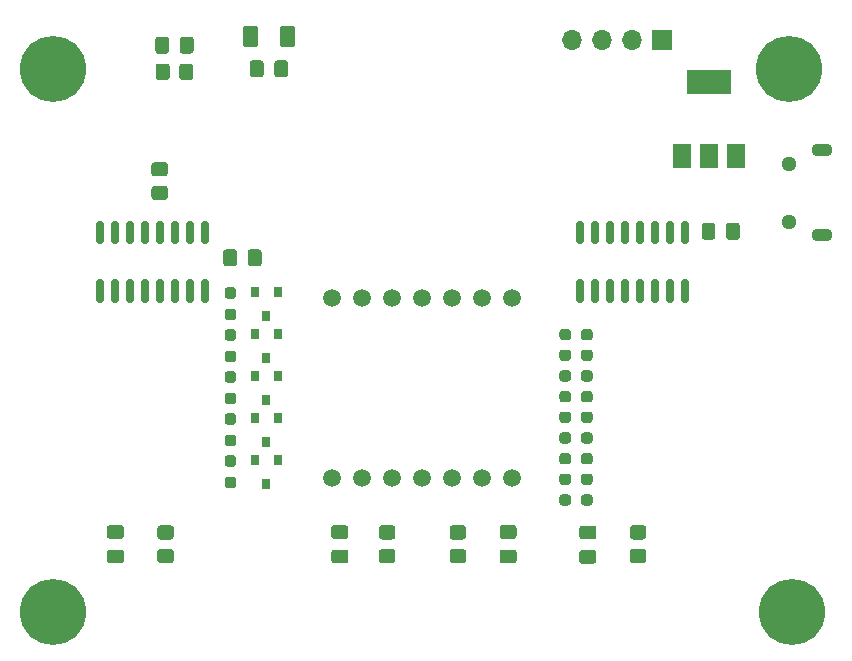
<source format=gbr>
%TF.GenerationSoftware,KiCad,Pcbnew,(5.1.10)-1*%
%TF.CreationDate,2021-10-03T21:55:55+02:00*%
%TF.ProjectId,KitchenTimer,4b697463-6865-46e5-9469-6d65722e6b69,rev?*%
%TF.SameCoordinates,Original*%
%TF.FileFunction,Soldermask,Bot*%
%TF.FilePolarity,Negative*%
%FSLAX46Y46*%
G04 Gerber Fmt 4.6, Leading zero omitted, Abs format (unit mm)*
G04 Created by KiCad (PCBNEW (5.1.10)-1) date 2021-10-03 21:55:55*
%MOMM*%
%LPD*%
G01*
G04 APERTURE LIST*
%ADD10C,1.500000*%
%ADD11C,5.600000*%
%ADD12R,3.800000X2.000000*%
%ADD13R,1.500000X2.000000*%
%ADD14R,0.800000X0.900000*%
%ADD15O,1.800000X1.100000*%
%ADD16C,1.290000*%
%ADD17O,1.700000X1.700000*%
%ADD18R,1.700000X1.700000*%
G04 APERTURE END LIST*
D10*
%TO.C,LED1*%
X42380000Y-42380000D03*
X44920000Y-42380000D03*
X47460000Y-42380000D03*
X50000000Y-42380000D03*
X52540000Y-42380000D03*
X55080000Y-42380000D03*
X57620000Y-42380000D03*
X57620000Y-57620000D03*
X55080000Y-57620000D03*
X52540000Y-57620000D03*
X50000000Y-57620000D03*
X47460000Y-57620000D03*
X44920000Y-57620000D03*
X42380000Y-57620000D03*
%TD*%
%TO.C,R20*%
G36*
G01*
X63425000Y-45737500D02*
X63425000Y-45262500D01*
G75*
G02*
X63662500Y-45025000I237500J0D01*
G01*
X64162500Y-45025000D01*
G75*
G02*
X64400000Y-45262500I0J-237500D01*
G01*
X64400000Y-45737500D01*
G75*
G02*
X64162500Y-45975000I-237500J0D01*
G01*
X63662500Y-45975000D01*
G75*
G02*
X63425000Y-45737500I0J237500D01*
G01*
G37*
G36*
G01*
X61600000Y-45737500D02*
X61600000Y-45262500D01*
G75*
G02*
X61837500Y-45025000I237500J0D01*
G01*
X62337500Y-45025000D01*
G75*
G02*
X62575000Y-45262500I0J-237500D01*
G01*
X62575000Y-45737500D01*
G75*
G02*
X62337500Y-45975000I-237500J0D01*
G01*
X61837500Y-45975000D01*
G75*
G02*
X61600000Y-45737500I0J237500D01*
G01*
G37*
%TD*%
%TO.C,C3*%
G36*
G01*
X74800000Y-36275000D02*
X74800000Y-37225000D01*
G75*
G02*
X74550000Y-37475000I-250000J0D01*
G01*
X73875000Y-37475000D01*
G75*
G02*
X73625000Y-37225000I0J250000D01*
G01*
X73625000Y-36275000D01*
G75*
G02*
X73875000Y-36025000I250000J0D01*
G01*
X74550000Y-36025000D01*
G75*
G02*
X74800000Y-36275000I0J-250000D01*
G01*
G37*
G36*
G01*
X76875000Y-36275000D02*
X76875000Y-37225000D01*
G75*
G02*
X76625000Y-37475000I-250000J0D01*
G01*
X75950000Y-37475000D01*
G75*
G02*
X75700000Y-37225000I0J250000D01*
G01*
X75700000Y-36275000D01*
G75*
G02*
X75950000Y-36025000I250000J0D01*
G01*
X76625000Y-36025000D01*
G75*
G02*
X76875000Y-36275000I0J-250000D01*
G01*
G37*
%TD*%
%TO.C,C4*%
G36*
G01*
X34300000Y-38525000D02*
X34300000Y-39475000D01*
G75*
G02*
X34050000Y-39725000I-250000J0D01*
G01*
X33375000Y-39725000D01*
G75*
G02*
X33125000Y-39475000I0J250000D01*
G01*
X33125000Y-38525000D01*
G75*
G02*
X33375000Y-38275000I250000J0D01*
G01*
X34050000Y-38275000D01*
G75*
G02*
X34300000Y-38525000I0J-250000D01*
G01*
G37*
G36*
G01*
X36375000Y-38525000D02*
X36375000Y-39475000D01*
G75*
G02*
X36125000Y-39725000I-250000J0D01*
G01*
X35450000Y-39725000D01*
G75*
G02*
X35200000Y-39475000I0J250000D01*
G01*
X35200000Y-38525000D01*
G75*
G02*
X35450000Y-38275000I250000J0D01*
G01*
X36125000Y-38275000D01*
G75*
G02*
X36375000Y-38525000I0J-250000D01*
G01*
G37*
%TD*%
%TO.C,R1*%
G36*
G01*
X27299999Y-32900000D02*
X28200001Y-32900000D01*
G75*
G02*
X28450000Y-33149999I0J-249999D01*
G01*
X28450000Y-33850001D01*
G75*
G02*
X28200001Y-34100000I-249999J0D01*
G01*
X27299999Y-34100000D01*
G75*
G02*
X27050000Y-33850001I0J249999D01*
G01*
X27050000Y-33149999D01*
G75*
G02*
X27299999Y-32900000I249999J0D01*
G01*
G37*
G36*
G01*
X27299999Y-30900000D02*
X28200001Y-30900000D01*
G75*
G02*
X28450000Y-31149999I0J-249999D01*
G01*
X28450000Y-31850001D01*
G75*
G02*
X28200001Y-32100000I-249999J0D01*
G01*
X27299999Y-32100000D01*
G75*
G02*
X27050000Y-31850001I0J249999D01*
G01*
X27050000Y-31149999D01*
G75*
G02*
X27299999Y-30900000I249999J0D01*
G01*
G37*
%TD*%
%TO.C,R2*%
G36*
G01*
X29400000Y-23700001D02*
X29400000Y-22799999D01*
G75*
G02*
X29649999Y-22550000I249999J0D01*
G01*
X30350001Y-22550000D01*
G75*
G02*
X30600000Y-22799999I0J-249999D01*
G01*
X30600000Y-23700001D01*
G75*
G02*
X30350001Y-23950000I-249999J0D01*
G01*
X29649999Y-23950000D01*
G75*
G02*
X29400000Y-23700001I0J249999D01*
G01*
G37*
G36*
G01*
X27400000Y-23700001D02*
X27400000Y-22799999D01*
G75*
G02*
X27649999Y-22550000I249999J0D01*
G01*
X28350001Y-22550000D01*
G75*
G02*
X28600000Y-22799999I0J-249999D01*
G01*
X28600000Y-23700001D01*
G75*
G02*
X28350001Y-23950000I-249999J0D01*
G01*
X27649999Y-23950000D01*
G75*
G02*
X27400000Y-23700001I0J249999D01*
G01*
G37*
%TD*%
%TO.C,R5*%
G36*
G01*
X33506500Y-50425000D02*
X33981500Y-50425000D01*
G75*
G02*
X34219000Y-50662500I0J-237500D01*
G01*
X34219000Y-51162500D01*
G75*
G02*
X33981500Y-51400000I-237500J0D01*
G01*
X33506500Y-51400000D01*
G75*
G02*
X33269000Y-51162500I0J237500D01*
G01*
X33269000Y-50662500D01*
G75*
G02*
X33506500Y-50425000I237500J0D01*
G01*
G37*
G36*
G01*
X33506500Y-48600000D02*
X33981500Y-48600000D01*
G75*
G02*
X34219000Y-48837500I0J-237500D01*
G01*
X34219000Y-49337500D01*
G75*
G02*
X33981500Y-49575000I-237500J0D01*
G01*
X33506500Y-49575000D01*
G75*
G02*
X33269000Y-49337500I0J237500D01*
G01*
X33269000Y-48837500D01*
G75*
G02*
X33506500Y-48600000I237500J0D01*
G01*
G37*
%TD*%
%TO.C,R3*%
G36*
G01*
X33506500Y-43313000D02*
X33981500Y-43313000D01*
G75*
G02*
X34219000Y-43550500I0J-237500D01*
G01*
X34219000Y-44050500D01*
G75*
G02*
X33981500Y-44288000I-237500J0D01*
G01*
X33506500Y-44288000D01*
G75*
G02*
X33269000Y-44050500I0J237500D01*
G01*
X33269000Y-43550500D01*
G75*
G02*
X33506500Y-43313000I237500J0D01*
G01*
G37*
G36*
G01*
X33506500Y-41488000D02*
X33981500Y-41488000D01*
G75*
G02*
X34219000Y-41725500I0J-237500D01*
G01*
X34219000Y-42225500D01*
G75*
G02*
X33981500Y-42463000I-237500J0D01*
G01*
X33506500Y-42463000D01*
G75*
G02*
X33269000Y-42225500I0J237500D01*
G01*
X33269000Y-41725500D01*
G75*
G02*
X33506500Y-41488000I237500J0D01*
G01*
G37*
%TD*%
%TO.C,R4*%
G36*
G01*
X33506500Y-46869000D02*
X33981500Y-46869000D01*
G75*
G02*
X34219000Y-47106500I0J-237500D01*
G01*
X34219000Y-47606500D01*
G75*
G02*
X33981500Y-47844000I-237500J0D01*
G01*
X33506500Y-47844000D01*
G75*
G02*
X33269000Y-47606500I0J237500D01*
G01*
X33269000Y-47106500D01*
G75*
G02*
X33506500Y-46869000I237500J0D01*
G01*
G37*
G36*
G01*
X33506500Y-45044000D02*
X33981500Y-45044000D01*
G75*
G02*
X34219000Y-45281500I0J-237500D01*
G01*
X34219000Y-45781500D01*
G75*
G02*
X33981500Y-46019000I-237500J0D01*
G01*
X33506500Y-46019000D01*
G75*
G02*
X33269000Y-45781500I0J237500D01*
G01*
X33269000Y-45281500D01*
G75*
G02*
X33506500Y-45044000I237500J0D01*
G01*
G37*
%TD*%
%TO.C,U3*%
G36*
G01*
X31735000Y-42782000D02*
X31435000Y-42782000D01*
G75*
G02*
X31285000Y-42632000I0J150000D01*
G01*
X31285000Y-40982000D01*
G75*
G02*
X31435000Y-40832000I150000J0D01*
G01*
X31735000Y-40832000D01*
G75*
G02*
X31885000Y-40982000I0J-150000D01*
G01*
X31885000Y-42632000D01*
G75*
G02*
X31735000Y-42782000I-150000J0D01*
G01*
G37*
G36*
G01*
X30465000Y-42782000D02*
X30165000Y-42782000D01*
G75*
G02*
X30015000Y-42632000I0J150000D01*
G01*
X30015000Y-40982000D01*
G75*
G02*
X30165000Y-40832000I150000J0D01*
G01*
X30465000Y-40832000D01*
G75*
G02*
X30615000Y-40982000I0J-150000D01*
G01*
X30615000Y-42632000D01*
G75*
G02*
X30465000Y-42782000I-150000J0D01*
G01*
G37*
G36*
G01*
X29195000Y-42782000D02*
X28895000Y-42782000D01*
G75*
G02*
X28745000Y-42632000I0J150000D01*
G01*
X28745000Y-40982000D01*
G75*
G02*
X28895000Y-40832000I150000J0D01*
G01*
X29195000Y-40832000D01*
G75*
G02*
X29345000Y-40982000I0J-150000D01*
G01*
X29345000Y-42632000D01*
G75*
G02*
X29195000Y-42782000I-150000J0D01*
G01*
G37*
G36*
G01*
X27925000Y-42782000D02*
X27625000Y-42782000D01*
G75*
G02*
X27475000Y-42632000I0J150000D01*
G01*
X27475000Y-40982000D01*
G75*
G02*
X27625000Y-40832000I150000J0D01*
G01*
X27925000Y-40832000D01*
G75*
G02*
X28075000Y-40982000I0J-150000D01*
G01*
X28075000Y-42632000D01*
G75*
G02*
X27925000Y-42782000I-150000J0D01*
G01*
G37*
G36*
G01*
X26655000Y-42782000D02*
X26355000Y-42782000D01*
G75*
G02*
X26205000Y-42632000I0J150000D01*
G01*
X26205000Y-40982000D01*
G75*
G02*
X26355000Y-40832000I150000J0D01*
G01*
X26655000Y-40832000D01*
G75*
G02*
X26805000Y-40982000I0J-150000D01*
G01*
X26805000Y-42632000D01*
G75*
G02*
X26655000Y-42782000I-150000J0D01*
G01*
G37*
G36*
G01*
X25385000Y-42782000D02*
X25085000Y-42782000D01*
G75*
G02*
X24935000Y-42632000I0J150000D01*
G01*
X24935000Y-40982000D01*
G75*
G02*
X25085000Y-40832000I150000J0D01*
G01*
X25385000Y-40832000D01*
G75*
G02*
X25535000Y-40982000I0J-150000D01*
G01*
X25535000Y-42632000D01*
G75*
G02*
X25385000Y-42782000I-150000J0D01*
G01*
G37*
G36*
G01*
X24115000Y-42782000D02*
X23815000Y-42782000D01*
G75*
G02*
X23665000Y-42632000I0J150000D01*
G01*
X23665000Y-40982000D01*
G75*
G02*
X23815000Y-40832000I150000J0D01*
G01*
X24115000Y-40832000D01*
G75*
G02*
X24265000Y-40982000I0J-150000D01*
G01*
X24265000Y-42632000D01*
G75*
G02*
X24115000Y-42782000I-150000J0D01*
G01*
G37*
G36*
G01*
X22845000Y-42782000D02*
X22545000Y-42782000D01*
G75*
G02*
X22395000Y-42632000I0J150000D01*
G01*
X22395000Y-40982000D01*
G75*
G02*
X22545000Y-40832000I150000J0D01*
G01*
X22845000Y-40832000D01*
G75*
G02*
X22995000Y-40982000I0J-150000D01*
G01*
X22995000Y-42632000D01*
G75*
G02*
X22845000Y-42782000I-150000J0D01*
G01*
G37*
G36*
G01*
X22845000Y-37832000D02*
X22545000Y-37832000D01*
G75*
G02*
X22395000Y-37682000I0J150000D01*
G01*
X22395000Y-36032000D01*
G75*
G02*
X22545000Y-35882000I150000J0D01*
G01*
X22845000Y-35882000D01*
G75*
G02*
X22995000Y-36032000I0J-150000D01*
G01*
X22995000Y-37682000D01*
G75*
G02*
X22845000Y-37832000I-150000J0D01*
G01*
G37*
G36*
G01*
X24115000Y-37832000D02*
X23815000Y-37832000D01*
G75*
G02*
X23665000Y-37682000I0J150000D01*
G01*
X23665000Y-36032000D01*
G75*
G02*
X23815000Y-35882000I150000J0D01*
G01*
X24115000Y-35882000D01*
G75*
G02*
X24265000Y-36032000I0J-150000D01*
G01*
X24265000Y-37682000D01*
G75*
G02*
X24115000Y-37832000I-150000J0D01*
G01*
G37*
G36*
G01*
X25385000Y-37832000D02*
X25085000Y-37832000D01*
G75*
G02*
X24935000Y-37682000I0J150000D01*
G01*
X24935000Y-36032000D01*
G75*
G02*
X25085000Y-35882000I150000J0D01*
G01*
X25385000Y-35882000D01*
G75*
G02*
X25535000Y-36032000I0J-150000D01*
G01*
X25535000Y-37682000D01*
G75*
G02*
X25385000Y-37832000I-150000J0D01*
G01*
G37*
G36*
G01*
X26655000Y-37832000D02*
X26355000Y-37832000D01*
G75*
G02*
X26205000Y-37682000I0J150000D01*
G01*
X26205000Y-36032000D01*
G75*
G02*
X26355000Y-35882000I150000J0D01*
G01*
X26655000Y-35882000D01*
G75*
G02*
X26805000Y-36032000I0J-150000D01*
G01*
X26805000Y-37682000D01*
G75*
G02*
X26655000Y-37832000I-150000J0D01*
G01*
G37*
G36*
G01*
X27925000Y-37832000D02*
X27625000Y-37832000D01*
G75*
G02*
X27475000Y-37682000I0J150000D01*
G01*
X27475000Y-36032000D01*
G75*
G02*
X27625000Y-35882000I150000J0D01*
G01*
X27925000Y-35882000D01*
G75*
G02*
X28075000Y-36032000I0J-150000D01*
G01*
X28075000Y-37682000D01*
G75*
G02*
X27925000Y-37832000I-150000J0D01*
G01*
G37*
G36*
G01*
X29195000Y-37832000D02*
X28895000Y-37832000D01*
G75*
G02*
X28745000Y-37682000I0J150000D01*
G01*
X28745000Y-36032000D01*
G75*
G02*
X28895000Y-35882000I150000J0D01*
G01*
X29195000Y-35882000D01*
G75*
G02*
X29345000Y-36032000I0J-150000D01*
G01*
X29345000Y-37682000D01*
G75*
G02*
X29195000Y-37832000I-150000J0D01*
G01*
G37*
G36*
G01*
X30465000Y-37832000D02*
X30165000Y-37832000D01*
G75*
G02*
X30015000Y-37682000I0J150000D01*
G01*
X30015000Y-36032000D01*
G75*
G02*
X30165000Y-35882000I150000J0D01*
G01*
X30465000Y-35882000D01*
G75*
G02*
X30615000Y-36032000I0J-150000D01*
G01*
X30615000Y-37682000D01*
G75*
G02*
X30465000Y-37832000I-150000J0D01*
G01*
G37*
G36*
G01*
X31735000Y-37832000D02*
X31435000Y-37832000D01*
G75*
G02*
X31285000Y-37682000I0J150000D01*
G01*
X31285000Y-36032000D01*
G75*
G02*
X31435000Y-35882000I150000J0D01*
G01*
X31735000Y-35882000D01*
G75*
G02*
X31885000Y-36032000I0J-150000D01*
G01*
X31885000Y-37682000D01*
G75*
G02*
X31735000Y-37832000I-150000J0D01*
G01*
G37*
%TD*%
D11*
%TO.C,J6*%
X18750000Y-23000000D03*
%TD*%
%TO.C,J5*%
X18750000Y-69000000D03*
%TD*%
%TO.C,J4*%
X81000000Y-23000000D03*
%TD*%
%TO.C,J3*%
X81250000Y-69000000D03*
%TD*%
D12*
%TO.C,U4*%
X74250000Y-24100000D03*
D13*
X74250000Y-30400000D03*
X71950000Y-30400000D03*
X76550000Y-30400000D03*
%TD*%
%TO.C,R11*%
G36*
G01*
X47450001Y-64850000D02*
X46549999Y-64850000D01*
G75*
G02*
X46300000Y-64600001I0J249999D01*
G01*
X46300000Y-63899999D01*
G75*
G02*
X46549999Y-63650000I249999J0D01*
G01*
X47450001Y-63650000D01*
G75*
G02*
X47700000Y-63899999I0J-249999D01*
G01*
X47700000Y-64600001D01*
G75*
G02*
X47450001Y-64850000I-249999J0D01*
G01*
G37*
G36*
G01*
X47450001Y-62850000D02*
X46549999Y-62850000D01*
G75*
G02*
X46300000Y-62600001I0J249999D01*
G01*
X46300000Y-61899999D01*
G75*
G02*
X46549999Y-61650000I249999J0D01*
G01*
X47450001Y-61650000D01*
G75*
G02*
X47700000Y-61899999I0J-249999D01*
G01*
X47700000Y-62600001D01*
G75*
G02*
X47450001Y-62850000I-249999J0D01*
G01*
G37*
%TD*%
%TO.C,R10*%
G36*
G01*
X28700001Y-64850000D02*
X27799999Y-64850000D01*
G75*
G02*
X27550000Y-64600001I0J249999D01*
G01*
X27550000Y-63899999D01*
G75*
G02*
X27799999Y-63650000I249999J0D01*
G01*
X28700001Y-63650000D01*
G75*
G02*
X28950000Y-63899999I0J-249999D01*
G01*
X28950000Y-64600001D01*
G75*
G02*
X28700001Y-64850000I-249999J0D01*
G01*
G37*
G36*
G01*
X28700001Y-62850000D02*
X27799999Y-62850000D01*
G75*
G02*
X27550000Y-62600001I0J249999D01*
G01*
X27550000Y-61899999D01*
G75*
G02*
X27799999Y-61650000I249999J0D01*
G01*
X28700001Y-61650000D01*
G75*
G02*
X28950000Y-61899999I0J-249999D01*
G01*
X28950000Y-62600001D01*
G75*
G02*
X28700001Y-62850000I-249999J0D01*
G01*
G37*
%TD*%
%TO.C,R9*%
G36*
G01*
X68700001Y-64850000D02*
X67799999Y-64850000D01*
G75*
G02*
X67550000Y-64600001I0J249999D01*
G01*
X67550000Y-63899999D01*
G75*
G02*
X67799999Y-63650000I249999J0D01*
G01*
X68700001Y-63650000D01*
G75*
G02*
X68950000Y-63899999I0J-249999D01*
G01*
X68950000Y-64600001D01*
G75*
G02*
X68700001Y-64850000I-249999J0D01*
G01*
G37*
G36*
G01*
X68700001Y-62850000D02*
X67799999Y-62850000D01*
G75*
G02*
X67550000Y-62600001I0J249999D01*
G01*
X67550000Y-61899999D01*
G75*
G02*
X67799999Y-61650000I249999J0D01*
G01*
X68700001Y-61650000D01*
G75*
G02*
X68950000Y-61899999I0J-249999D01*
G01*
X68950000Y-62600001D01*
G75*
G02*
X68700001Y-62850000I-249999J0D01*
G01*
G37*
%TD*%
%TO.C,R8*%
G36*
G01*
X53450001Y-64850000D02*
X52549999Y-64850000D01*
G75*
G02*
X52300000Y-64600001I0J249999D01*
G01*
X52300000Y-63899999D01*
G75*
G02*
X52549999Y-63650000I249999J0D01*
G01*
X53450001Y-63650000D01*
G75*
G02*
X53700000Y-63899999I0J-249999D01*
G01*
X53700000Y-64600001D01*
G75*
G02*
X53450001Y-64850000I-249999J0D01*
G01*
G37*
G36*
G01*
X53450001Y-62850000D02*
X52549999Y-62850000D01*
G75*
G02*
X52300000Y-62600001I0J249999D01*
G01*
X52300000Y-61899999D01*
G75*
G02*
X52549999Y-61650000I249999J0D01*
G01*
X53450001Y-61650000D01*
G75*
G02*
X53700000Y-61899999I0J-249999D01*
G01*
X53700000Y-62600001D01*
G75*
G02*
X53450001Y-62850000I-249999J0D01*
G01*
G37*
%TD*%
D14*
%TO.C,Q3*%
X35842000Y-49000000D03*
X37742000Y-49000000D03*
X36792000Y-51000000D03*
%TD*%
%TO.C,R7*%
G36*
G01*
X33506500Y-52156000D02*
X33981500Y-52156000D01*
G75*
G02*
X34219000Y-52393500I0J-237500D01*
G01*
X34219000Y-52893500D01*
G75*
G02*
X33981500Y-53131000I-237500J0D01*
G01*
X33506500Y-53131000D01*
G75*
G02*
X33269000Y-52893500I0J237500D01*
G01*
X33269000Y-52393500D01*
G75*
G02*
X33506500Y-52156000I237500J0D01*
G01*
G37*
G36*
G01*
X33506500Y-53981000D02*
X33981500Y-53981000D01*
G75*
G02*
X34219000Y-54218500I0J-237500D01*
G01*
X34219000Y-54718500D01*
G75*
G02*
X33981500Y-54956000I-237500J0D01*
G01*
X33506500Y-54956000D01*
G75*
G02*
X33269000Y-54718500I0J237500D01*
G01*
X33269000Y-54218500D01*
G75*
G02*
X33506500Y-53981000I237500J0D01*
G01*
G37*
%TD*%
%TO.C,Q4*%
X35842000Y-56112000D03*
X37742000Y-56112000D03*
X36792000Y-58112000D03*
%TD*%
%TO.C,R6*%
G36*
G01*
X33506500Y-55712000D02*
X33981500Y-55712000D01*
G75*
G02*
X34219000Y-55949500I0J-237500D01*
G01*
X34219000Y-56449500D01*
G75*
G02*
X33981500Y-56687000I-237500J0D01*
G01*
X33506500Y-56687000D01*
G75*
G02*
X33269000Y-56449500I0J237500D01*
G01*
X33269000Y-55949500D01*
G75*
G02*
X33506500Y-55712000I237500J0D01*
G01*
G37*
G36*
G01*
X33506500Y-57537000D02*
X33981500Y-57537000D01*
G75*
G02*
X34219000Y-57774500I0J-237500D01*
G01*
X34219000Y-58274500D01*
G75*
G02*
X33981500Y-58512000I-237500J0D01*
G01*
X33506500Y-58512000D01*
G75*
G02*
X33269000Y-58274500I0J237500D01*
G01*
X33269000Y-57774500D01*
G75*
G02*
X33506500Y-57537000I237500J0D01*
G01*
G37*
%TD*%
%TO.C,R19*%
G36*
G01*
X61600000Y-56237500D02*
X61600000Y-55762500D01*
G75*
G02*
X61837500Y-55525000I237500J0D01*
G01*
X62337500Y-55525000D01*
G75*
G02*
X62575000Y-55762500I0J-237500D01*
G01*
X62575000Y-56237500D01*
G75*
G02*
X62337500Y-56475000I-237500J0D01*
G01*
X61837500Y-56475000D01*
G75*
G02*
X61600000Y-56237500I0J237500D01*
G01*
G37*
G36*
G01*
X63425000Y-56237500D02*
X63425000Y-55762500D01*
G75*
G02*
X63662500Y-55525000I237500J0D01*
G01*
X64162500Y-55525000D01*
G75*
G02*
X64400000Y-55762500I0J-237500D01*
G01*
X64400000Y-56237500D01*
G75*
G02*
X64162500Y-56475000I-237500J0D01*
G01*
X63662500Y-56475000D01*
G75*
G02*
X63425000Y-56237500I0J237500D01*
G01*
G37*
%TD*%
%TO.C,Q5*%
X35842000Y-52556000D03*
X37742000Y-52556000D03*
X36792000Y-54556000D03*
%TD*%
%TO.C,R18*%
G36*
G01*
X61600000Y-59737500D02*
X61600000Y-59262500D01*
G75*
G02*
X61837500Y-59025000I237500J0D01*
G01*
X62337500Y-59025000D01*
G75*
G02*
X62575000Y-59262500I0J-237500D01*
G01*
X62575000Y-59737500D01*
G75*
G02*
X62337500Y-59975000I-237500J0D01*
G01*
X61837500Y-59975000D01*
G75*
G02*
X61600000Y-59737500I0J237500D01*
G01*
G37*
G36*
G01*
X63425000Y-59737500D02*
X63425000Y-59262500D01*
G75*
G02*
X63662500Y-59025000I237500J0D01*
G01*
X64162500Y-59025000D01*
G75*
G02*
X64400000Y-59262500I0J-237500D01*
G01*
X64400000Y-59737500D01*
G75*
G02*
X64162500Y-59975000I-237500J0D01*
G01*
X63662500Y-59975000D01*
G75*
G02*
X63425000Y-59737500I0J237500D01*
G01*
G37*
%TD*%
%TO.C,R17*%
G36*
G01*
X61600000Y-49237500D02*
X61600000Y-48762500D01*
G75*
G02*
X61837500Y-48525000I237500J0D01*
G01*
X62337500Y-48525000D01*
G75*
G02*
X62575000Y-48762500I0J-237500D01*
G01*
X62575000Y-49237500D01*
G75*
G02*
X62337500Y-49475000I-237500J0D01*
G01*
X61837500Y-49475000D01*
G75*
G02*
X61600000Y-49237500I0J237500D01*
G01*
G37*
G36*
G01*
X63425000Y-49237500D02*
X63425000Y-48762500D01*
G75*
G02*
X63662500Y-48525000I237500J0D01*
G01*
X64162500Y-48525000D01*
G75*
G02*
X64400000Y-48762500I0J-237500D01*
G01*
X64400000Y-49237500D01*
G75*
G02*
X64162500Y-49475000I-237500J0D01*
G01*
X63662500Y-49475000D01*
G75*
G02*
X63425000Y-49237500I0J237500D01*
G01*
G37*
%TD*%
%TO.C,U2*%
G36*
G01*
X72375000Y-42782000D02*
X72075000Y-42782000D01*
G75*
G02*
X71925000Y-42632000I0J150000D01*
G01*
X71925000Y-40982000D01*
G75*
G02*
X72075000Y-40832000I150000J0D01*
G01*
X72375000Y-40832000D01*
G75*
G02*
X72525000Y-40982000I0J-150000D01*
G01*
X72525000Y-42632000D01*
G75*
G02*
X72375000Y-42782000I-150000J0D01*
G01*
G37*
G36*
G01*
X71105000Y-42782000D02*
X70805000Y-42782000D01*
G75*
G02*
X70655000Y-42632000I0J150000D01*
G01*
X70655000Y-40982000D01*
G75*
G02*
X70805000Y-40832000I150000J0D01*
G01*
X71105000Y-40832000D01*
G75*
G02*
X71255000Y-40982000I0J-150000D01*
G01*
X71255000Y-42632000D01*
G75*
G02*
X71105000Y-42782000I-150000J0D01*
G01*
G37*
G36*
G01*
X69835000Y-42782000D02*
X69535000Y-42782000D01*
G75*
G02*
X69385000Y-42632000I0J150000D01*
G01*
X69385000Y-40982000D01*
G75*
G02*
X69535000Y-40832000I150000J0D01*
G01*
X69835000Y-40832000D01*
G75*
G02*
X69985000Y-40982000I0J-150000D01*
G01*
X69985000Y-42632000D01*
G75*
G02*
X69835000Y-42782000I-150000J0D01*
G01*
G37*
G36*
G01*
X68565000Y-42782000D02*
X68265000Y-42782000D01*
G75*
G02*
X68115000Y-42632000I0J150000D01*
G01*
X68115000Y-40982000D01*
G75*
G02*
X68265000Y-40832000I150000J0D01*
G01*
X68565000Y-40832000D01*
G75*
G02*
X68715000Y-40982000I0J-150000D01*
G01*
X68715000Y-42632000D01*
G75*
G02*
X68565000Y-42782000I-150000J0D01*
G01*
G37*
G36*
G01*
X67295000Y-42782000D02*
X66995000Y-42782000D01*
G75*
G02*
X66845000Y-42632000I0J150000D01*
G01*
X66845000Y-40982000D01*
G75*
G02*
X66995000Y-40832000I150000J0D01*
G01*
X67295000Y-40832000D01*
G75*
G02*
X67445000Y-40982000I0J-150000D01*
G01*
X67445000Y-42632000D01*
G75*
G02*
X67295000Y-42782000I-150000J0D01*
G01*
G37*
G36*
G01*
X66025000Y-42782000D02*
X65725000Y-42782000D01*
G75*
G02*
X65575000Y-42632000I0J150000D01*
G01*
X65575000Y-40982000D01*
G75*
G02*
X65725000Y-40832000I150000J0D01*
G01*
X66025000Y-40832000D01*
G75*
G02*
X66175000Y-40982000I0J-150000D01*
G01*
X66175000Y-42632000D01*
G75*
G02*
X66025000Y-42782000I-150000J0D01*
G01*
G37*
G36*
G01*
X64755000Y-42782000D02*
X64455000Y-42782000D01*
G75*
G02*
X64305000Y-42632000I0J150000D01*
G01*
X64305000Y-40982000D01*
G75*
G02*
X64455000Y-40832000I150000J0D01*
G01*
X64755000Y-40832000D01*
G75*
G02*
X64905000Y-40982000I0J-150000D01*
G01*
X64905000Y-42632000D01*
G75*
G02*
X64755000Y-42782000I-150000J0D01*
G01*
G37*
G36*
G01*
X63485000Y-42782000D02*
X63185000Y-42782000D01*
G75*
G02*
X63035000Y-42632000I0J150000D01*
G01*
X63035000Y-40982000D01*
G75*
G02*
X63185000Y-40832000I150000J0D01*
G01*
X63485000Y-40832000D01*
G75*
G02*
X63635000Y-40982000I0J-150000D01*
G01*
X63635000Y-42632000D01*
G75*
G02*
X63485000Y-42782000I-150000J0D01*
G01*
G37*
G36*
G01*
X63485000Y-37832000D02*
X63185000Y-37832000D01*
G75*
G02*
X63035000Y-37682000I0J150000D01*
G01*
X63035000Y-36032000D01*
G75*
G02*
X63185000Y-35882000I150000J0D01*
G01*
X63485000Y-35882000D01*
G75*
G02*
X63635000Y-36032000I0J-150000D01*
G01*
X63635000Y-37682000D01*
G75*
G02*
X63485000Y-37832000I-150000J0D01*
G01*
G37*
G36*
G01*
X64755000Y-37832000D02*
X64455000Y-37832000D01*
G75*
G02*
X64305000Y-37682000I0J150000D01*
G01*
X64305000Y-36032000D01*
G75*
G02*
X64455000Y-35882000I150000J0D01*
G01*
X64755000Y-35882000D01*
G75*
G02*
X64905000Y-36032000I0J-150000D01*
G01*
X64905000Y-37682000D01*
G75*
G02*
X64755000Y-37832000I-150000J0D01*
G01*
G37*
G36*
G01*
X66025000Y-37832000D02*
X65725000Y-37832000D01*
G75*
G02*
X65575000Y-37682000I0J150000D01*
G01*
X65575000Y-36032000D01*
G75*
G02*
X65725000Y-35882000I150000J0D01*
G01*
X66025000Y-35882000D01*
G75*
G02*
X66175000Y-36032000I0J-150000D01*
G01*
X66175000Y-37682000D01*
G75*
G02*
X66025000Y-37832000I-150000J0D01*
G01*
G37*
G36*
G01*
X67295000Y-37832000D02*
X66995000Y-37832000D01*
G75*
G02*
X66845000Y-37682000I0J150000D01*
G01*
X66845000Y-36032000D01*
G75*
G02*
X66995000Y-35882000I150000J0D01*
G01*
X67295000Y-35882000D01*
G75*
G02*
X67445000Y-36032000I0J-150000D01*
G01*
X67445000Y-37682000D01*
G75*
G02*
X67295000Y-37832000I-150000J0D01*
G01*
G37*
G36*
G01*
X68565000Y-37832000D02*
X68265000Y-37832000D01*
G75*
G02*
X68115000Y-37682000I0J150000D01*
G01*
X68115000Y-36032000D01*
G75*
G02*
X68265000Y-35882000I150000J0D01*
G01*
X68565000Y-35882000D01*
G75*
G02*
X68715000Y-36032000I0J-150000D01*
G01*
X68715000Y-37682000D01*
G75*
G02*
X68565000Y-37832000I-150000J0D01*
G01*
G37*
G36*
G01*
X69835000Y-37832000D02*
X69535000Y-37832000D01*
G75*
G02*
X69385000Y-37682000I0J150000D01*
G01*
X69385000Y-36032000D01*
G75*
G02*
X69535000Y-35882000I150000J0D01*
G01*
X69835000Y-35882000D01*
G75*
G02*
X69985000Y-36032000I0J-150000D01*
G01*
X69985000Y-37682000D01*
G75*
G02*
X69835000Y-37832000I-150000J0D01*
G01*
G37*
G36*
G01*
X71105000Y-37832000D02*
X70805000Y-37832000D01*
G75*
G02*
X70655000Y-37682000I0J150000D01*
G01*
X70655000Y-36032000D01*
G75*
G02*
X70805000Y-35882000I150000J0D01*
G01*
X71105000Y-35882000D01*
G75*
G02*
X71255000Y-36032000I0J-150000D01*
G01*
X71255000Y-37682000D01*
G75*
G02*
X71105000Y-37832000I-150000J0D01*
G01*
G37*
G36*
G01*
X72375000Y-37832000D02*
X72075000Y-37832000D01*
G75*
G02*
X71925000Y-37682000I0J150000D01*
G01*
X71925000Y-36032000D01*
G75*
G02*
X72075000Y-35882000I150000J0D01*
G01*
X72375000Y-35882000D01*
G75*
G02*
X72525000Y-36032000I0J-150000D01*
G01*
X72525000Y-37682000D01*
G75*
G02*
X72375000Y-37832000I-150000J0D01*
G01*
G37*
%TD*%
%TO.C,Q2*%
X35842000Y-45444000D03*
X37742000Y-45444000D03*
X36792000Y-47444000D03*
%TD*%
%TO.C,Q1*%
X35842000Y-41888000D03*
X37742000Y-41888000D03*
X36792000Y-43888000D03*
%TD*%
D15*
%TO.C,J2*%
X83800000Y-29900000D03*
D16*
X81000000Y-31075000D03*
X81000000Y-35925000D03*
D15*
X83800000Y-29900000D03*
X83800000Y-37100000D03*
%TD*%
%TO.C,C1*%
G36*
G01*
X37450000Y-23475000D02*
X37450000Y-22525000D01*
G75*
G02*
X37700000Y-22275000I250000J0D01*
G01*
X38375000Y-22275000D01*
G75*
G02*
X38625000Y-22525000I0J-250000D01*
G01*
X38625000Y-23475000D01*
G75*
G02*
X38375000Y-23725000I-250000J0D01*
G01*
X37700000Y-23725000D01*
G75*
G02*
X37450000Y-23475000I0J250000D01*
G01*
G37*
G36*
G01*
X35375000Y-23475000D02*
X35375000Y-22525000D01*
G75*
G02*
X35625000Y-22275000I250000J0D01*
G01*
X36300000Y-22275000D01*
G75*
G02*
X36550000Y-22525000I0J-250000D01*
G01*
X36550000Y-23475000D01*
G75*
G02*
X36300000Y-23725000I-250000J0D01*
G01*
X35625000Y-23725000D01*
G75*
G02*
X35375000Y-23475000I0J250000D01*
G01*
G37*
%TD*%
%TO.C,C11*%
G36*
G01*
X42525000Y-63700000D02*
X43475000Y-63700000D01*
G75*
G02*
X43725000Y-63950000I0J-250000D01*
G01*
X43725000Y-64625000D01*
G75*
G02*
X43475000Y-64875000I-250000J0D01*
G01*
X42525000Y-64875000D01*
G75*
G02*
X42275000Y-64625000I0J250000D01*
G01*
X42275000Y-63950000D01*
G75*
G02*
X42525000Y-63700000I250000J0D01*
G01*
G37*
G36*
G01*
X42525000Y-61625000D02*
X43475000Y-61625000D01*
G75*
G02*
X43725000Y-61875000I0J-250000D01*
G01*
X43725000Y-62550000D01*
G75*
G02*
X43475000Y-62800000I-250000J0D01*
G01*
X42525000Y-62800000D01*
G75*
G02*
X42275000Y-62550000I0J250000D01*
G01*
X42275000Y-61875000D01*
G75*
G02*
X42525000Y-61625000I250000J0D01*
G01*
G37*
%TD*%
%TO.C,C8*%
G36*
G01*
X23525000Y-63700000D02*
X24475000Y-63700000D01*
G75*
G02*
X24725000Y-63950000I0J-250000D01*
G01*
X24725000Y-64625000D01*
G75*
G02*
X24475000Y-64875000I-250000J0D01*
G01*
X23525000Y-64875000D01*
G75*
G02*
X23275000Y-64625000I0J250000D01*
G01*
X23275000Y-63950000D01*
G75*
G02*
X23525000Y-63700000I250000J0D01*
G01*
G37*
G36*
G01*
X23525000Y-61625000D02*
X24475000Y-61625000D01*
G75*
G02*
X24725000Y-61875000I0J-250000D01*
G01*
X24725000Y-62550000D01*
G75*
G02*
X24475000Y-62800000I-250000J0D01*
G01*
X23525000Y-62800000D01*
G75*
G02*
X23275000Y-62550000I0J250000D01*
G01*
X23275000Y-61875000D01*
G75*
G02*
X23525000Y-61625000I250000J0D01*
G01*
G37*
%TD*%
%TO.C,C7*%
G36*
G01*
X63525000Y-63737500D02*
X64475000Y-63737500D01*
G75*
G02*
X64725000Y-63987500I0J-250000D01*
G01*
X64725000Y-64662500D01*
G75*
G02*
X64475000Y-64912500I-250000J0D01*
G01*
X63525000Y-64912500D01*
G75*
G02*
X63275000Y-64662500I0J250000D01*
G01*
X63275000Y-63987500D01*
G75*
G02*
X63525000Y-63737500I250000J0D01*
G01*
G37*
G36*
G01*
X63525000Y-61662500D02*
X64475000Y-61662500D01*
G75*
G02*
X64725000Y-61912500I0J-250000D01*
G01*
X64725000Y-62587500D01*
G75*
G02*
X64475000Y-62837500I-250000J0D01*
G01*
X63525000Y-62837500D01*
G75*
G02*
X63275000Y-62587500I0J250000D01*
G01*
X63275000Y-61912500D01*
G75*
G02*
X63525000Y-61662500I250000J0D01*
G01*
G37*
%TD*%
%TO.C,C6*%
G36*
G01*
X56775000Y-63700000D02*
X57725000Y-63700000D01*
G75*
G02*
X57975000Y-63950000I0J-250000D01*
G01*
X57975000Y-64625000D01*
G75*
G02*
X57725000Y-64875000I-250000J0D01*
G01*
X56775000Y-64875000D01*
G75*
G02*
X56525000Y-64625000I0J250000D01*
G01*
X56525000Y-63950000D01*
G75*
G02*
X56775000Y-63700000I250000J0D01*
G01*
G37*
G36*
G01*
X56775000Y-61625000D02*
X57725000Y-61625000D01*
G75*
G02*
X57975000Y-61875000I0J-250000D01*
G01*
X57975000Y-62550000D01*
G75*
G02*
X57725000Y-62800000I-250000J0D01*
G01*
X56775000Y-62800000D01*
G75*
G02*
X56525000Y-62550000I0J250000D01*
G01*
X56525000Y-61875000D01*
G75*
G02*
X56775000Y-61625000I250000J0D01*
G01*
G37*
%TD*%
%TO.C,C5*%
G36*
G01*
X30625000Y-20525000D02*
X30625000Y-21475000D01*
G75*
G02*
X30375000Y-21725000I-250000J0D01*
G01*
X29700000Y-21725000D01*
G75*
G02*
X29450000Y-21475000I0J250000D01*
G01*
X29450000Y-20525000D01*
G75*
G02*
X29700000Y-20275000I250000J0D01*
G01*
X30375000Y-20275000D01*
G75*
G02*
X30625000Y-20525000I0J-250000D01*
G01*
G37*
G36*
G01*
X28550000Y-20525000D02*
X28550000Y-21475000D01*
G75*
G02*
X28300000Y-21725000I-250000J0D01*
G01*
X27625000Y-21725000D01*
G75*
G02*
X27375000Y-21475000I0J250000D01*
G01*
X27375000Y-20525000D01*
G75*
G02*
X27625000Y-20275000I250000J0D01*
G01*
X28300000Y-20275000D01*
G75*
G02*
X28550000Y-20525000I0J-250000D01*
G01*
G37*
%TD*%
%TO.C,R15*%
G36*
G01*
X61600000Y-54487500D02*
X61600000Y-54012500D01*
G75*
G02*
X61837500Y-53775000I237500J0D01*
G01*
X62337500Y-53775000D01*
G75*
G02*
X62575000Y-54012500I0J-237500D01*
G01*
X62575000Y-54487500D01*
G75*
G02*
X62337500Y-54725000I-237500J0D01*
G01*
X61837500Y-54725000D01*
G75*
G02*
X61600000Y-54487500I0J237500D01*
G01*
G37*
G36*
G01*
X63425000Y-54487500D02*
X63425000Y-54012500D01*
G75*
G02*
X63662500Y-53775000I237500J0D01*
G01*
X64162500Y-53775000D01*
G75*
G02*
X64400000Y-54012500I0J-237500D01*
G01*
X64400000Y-54487500D01*
G75*
G02*
X64162500Y-54725000I-237500J0D01*
G01*
X63662500Y-54725000D01*
G75*
G02*
X63425000Y-54487500I0J237500D01*
G01*
G37*
%TD*%
%TO.C,R16*%
G36*
G01*
X61600000Y-52737500D02*
X61600000Y-52262500D01*
G75*
G02*
X61837500Y-52025000I237500J0D01*
G01*
X62337500Y-52025000D01*
G75*
G02*
X62575000Y-52262500I0J-237500D01*
G01*
X62575000Y-52737500D01*
G75*
G02*
X62337500Y-52975000I-237500J0D01*
G01*
X61837500Y-52975000D01*
G75*
G02*
X61600000Y-52737500I0J237500D01*
G01*
G37*
G36*
G01*
X63425000Y-52737500D02*
X63425000Y-52262500D01*
G75*
G02*
X63662500Y-52025000I237500J0D01*
G01*
X64162500Y-52025000D01*
G75*
G02*
X64400000Y-52262500I0J-237500D01*
G01*
X64400000Y-52737500D01*
G75*
G02*
X64162500Y-52975000I-237500J0D01*
G01*
X63662500Y-52975000D01*
G75*
G02*
X63425000Y-52737500I0J237500D01*
G01*
G37*
%TD*%
%TO.C,R13*%
G36*
G01*
X61600000Y-47487500D02*
X61600000Y-47012500D01*
G75*
G02*
X61837500Y-46775000I237500J0D01*
G01*
X62337500Y-46775000D01*
G75*
G02*
X62575000Y-47012500I0J-237500D01*
G01*
X62575000Y-47487500D01*
G75*
G02*
X62337500Y-47725000I-237500J0D01*
G01*
X61837500Y-47725000D01*
G75*
G02*
X61600000Y-47487500I0J237500D01*
G01*
G37*
G36*
G01*
X63425000Y-47487500D02*
X63425000Y-47012500D01*
G75*
G02*
X63662500Y-46775000I237500J0D01*
G01*
X64162500Y-46775000D01*
G75*
G02*
X64400000Y-47012500I0J-237500D01*
G01*
X64400000Y-47487500D01*
G75*
G02*
X64162500Y-47725000I-237500J0D01*
G01*
X63662500Y-47725000D01*
G75*
G02*
X63425000Y-47487500I0J237500D01*
G01*
G37*
%TD*%
%TO.C,R14*%
G36*
G01*
X61600000Y-57987500D02*
X61600000Y-57512500D01*
G75*
G02*
X61837500Y-57275000I237500J0D01*
G01*
X62337500Y-57275000D01*
G75*
G02*
X62575000Y-57512500I0J-237500D01*
G01*
X62575000Y-57987500D01*
G75*
G02*
X62337500Y-58225000I-237500J0D01*
G01*
X61837500Y-58225000D01*
G75*
G02*
X61600000Y-57987500I0J237500D01*
G01*
G37*
G36*
G01*
X63425000Y-57987500D02*
X63425000Y-57512500D01*
G75*
G02*
X63662500Y-57275000I237500J0D01*
G01*
X64162500Y-57275000D01*
G75*
G02*
X64400000Y-57512500I0J-237500D01*
G01*
X64400000Y-57987500D01*
G75*
G02*
X64162500Y-58225000I-237500J0D01*
G01*
X63662500Y-58225000D01*
G75*
G02*
X63425000Y-57987500I0J237500D01*
G01*
G37*
%TD*%
%TO.C,R12*%
G36*
G01*
X61600000Y-50987500D02*
X61600000Y-50512500D01*
G75*
G02*
X61837500Y-50275000I237500J0D01*
G01*
X62337500Y-50275000D01*
G75*
G02*
X62575000Y-50512500I0J-237500D01*
G01*
X62575000Y-50987500D01*
G75*
G02*
X62337500Y-51225000I-237500J0D01*
G01*
X61837500Y-51225000D01*
G75*
G02*
X61600000Y-50987500I0J237500D01*
G01*
G37*
G36*
G01*
X63425000Y-50987500D02*
X63425000Y-50512500D01*
G75*
G02*
X63662500Y-50275000I237500J0D01*
G01*
X64162500Y-50275000D01*
G75*
G02*
X64400000Y-50512500I0J-237500D01*
G01*
X64400000Y-50987500D01*
G75*
G02*
X64162500Y-51225000I-237500J0D01*
G01*
X63662500Y-51225000D01*
G75*
G02*
X63425000Y-50987500I0J237500D01*
G01*
G37*
%TD*%
D17*
%TO.C,J1*%
X62681281Y-20534799D03*
X65221281Y-20534799D03*
X67761281Y-20534799D03*
D18*
X70301281Y-20534799D03*
%TD*%
%TO.C,C2*%
G36*
G01*
X36100000Y-19599998D02*
X36100000Y-20900002D01*
G75*
G02*
X35850002Y-21150000I-249998J0D01*
G01*
X35024998Y-21150000D01*
G75*
G02*
X34775000Y-20900002I0J249998D01*
G01*
X34775000Y-19599998D01*
G75*
G02*
X35024998Y-19350000I249998J0D01*
G01*
X35850002Y-19350000D01*
G75*
G02*
X36100000Y-19599998I0J-249998D01*
G01*
G37*
G36*
G01*
X39225000Y-19599998D02*
X39225000Y-20900002D01*
G75*
G02*
X38975002Y-21150000I-249998J0D01*
G01*
X38149998Y-21150000D01*
G75*
G02*
X37900000Y-20900002I0J249998D01*
G01*
X37900000Y-19599998D01*
G75*
G02*
X38149998Y-19350000I249998J0D01*
G01*
X38975002Y-19350000D01*
G75*
G02*
X39225000Y-19599998I0J-249998D01*
G01*
G37*
%TD*%
M02*

</source>
